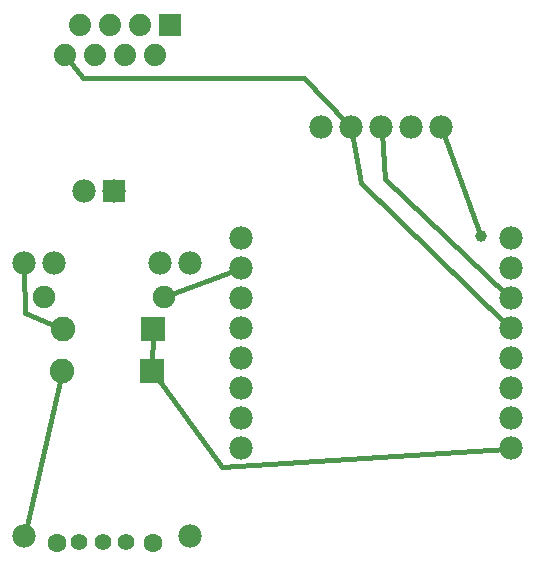
<source format=gtl>
G04 MADE WITH FRITZING*
G04 WWW.FRITZING.ORG*
G04 DOUBLE SIDED*
G04 HOLES PLATED*
G04 CONTOUR ON CENTER OF CONTOUR VECTOR*
%ASAXBY*%
%FSLAX23Y23*%
%MOIN*%
%OFA0B0*%
%SFA1.0B1.0*%
%ADD10C,0.074000*%
%ADD11C,0.078000*%
%ADD12C,0.077778*%
%ADD13C,0.075000*%
%ADD14C,0.082000*%
%ADD15C,0.039370*%
%ADD16C,0.062992*%
%ADD17C,0.055118*%
%ADD18R,0.082000X0.082000*%
%ADD19R,0.078000X0.078000*%
%ADD20C,0.016000*%
%ADD21R,0.001000X0.001000*%
%LNCOPPER1*%
G90*
G70*
G54D10*
X219Y1689D03*
X269Y1789D03*
X319Y1689D03*
X419Y1689D03*
X519Y1689D03*
X369Y1789D03*
X469Y1789D03*
X569Y1789D03*
G54D11*
X85Y86D03*
X637Y86D03*
X85Y995D03*
X185Y995D03*
X536Y995D03*
X637Y995D03*
G54D12*
X808Y1078D03*
X808Y978D03*
X808Y878D03*
X808Y778D03*
X808Y678D03*
X808Y578D03*
X808Y478D03*
X808Y378D03*
X1708Y378D03*
X1708Y478D03*
X1708Y578D03*
X1708Y678D03*
X1708Y778D03*
X1708Y878D03*
X1708Y978D03*
X1708Y1078D03*
G54D13*
X150Y883D03*
X550Y883D03*
X150Y883D03*
X550Y883D03*
G54D14*
X513Y775D03*
X215Y775D03*
X513Y775D03*
X215Y775D03*
X509Y636D03*
X211Y636D03*
X509Y636D03*
X211Y636D03*
G54D11*
X385Y1235D03*
X285Y1235D03*
X1075Y1449D03*
X1175Y1449D03*
X1275Y1449D03*
X1375Y1449D03*
X1475Y1449D03*
G54D15*
X1608Y1085D03*
G54D16*
X512Y62D03*
X193Y62D03*
G54D17*
X425Y66D03*
X346Y67D03*
X267Y67D03*
G54D18*
X514Y775D03*
X514Y775D03*
X510Y636D03*
X510Y636D03*
G54D19*
X385Y1235D03*
G54D20*
X89Y105D02*
X207Y615D01*
D02*
X567Y889D02*
X791Y971D01*
D02*
X196Y783D02*
X88Y829D01*
X88Y829D02*
X85Y976D01*
D02*
X513Y754D02*
X510Y657D01*
D02*
X1690Y377D02*
X744Y317D01*
X744Y317D02*
X522Y619D01*
D02*
X1695Y890D02*
X1288Y1277D01*
X1288Y1277D02*
X1276Y1430D01*
D02*
X1605Y1093D02*
X1481Y1431D01*
D02*
X1695Y790D02*
X1208Y1261D01*
X1208Y1261D02*
X1178Y1430D01*
D02*
X231Y1674D02*
X280Y1613D01*
X280Y1613D02*
X1016Y1613D01*
X1016Y1613D02*
X1161Y1462D01*
G54D21*
X533Y1826D02*
X606Y1826D01*
X533Y1825D02*
X606Y1825D01*
X533Y1824D02*
X606Y1824D01*
X533Y1823D02*
X606Y1823D01*
X533Y1822D02*
X606Y1822D01*
X533Y1821D02*
X606Y1821D01*
X533Y1820D02*
X606Y1820D01*
X533Y1819D02*
X606Y1819D01*
X533Y1818D02*
X606Y1818D01*
X533Y1817D02*
X606Y1817D01*
X533Y1816D02*
X606Y1816D01*
X533Y1815D02*
X606Y1815D01*
X533Y1814D02*
X606Y1814D01*
X533Y1813D02*
X606Y1813D01*
X533Y1812D02*
X606Y1812D01*
X533Y1811D02*
X606Y1811D01*
X533Y1810D02*
X606Y1810D01*
X533Y1809D02*
X606Y1809D01*
X533Y1808D02*
X563Y1808D01*
X575Y1808D02*
X606Y1808D01*
X533Y1807D02*
X560Y1807D01*
X578Y1807D02*
X606Y1807D01*
X533Y1806D02*
X559Y1806D01*
X580Y1806D02*
X606Y1806D01*
X533Y1805D02*
X557Y1805D01*
X582Y1805D02*
X606Y1805D01*
X533Y1804D02*
X556Y1804D01*
X583Y1804D02*
X606Y1804D01*
X533Y1803D02*
X555Y1803D01*
X584Y1803D02*
X606Y1803D01*
X533Y1802D02*
X554Y1802D01*
X585Y1802D02*
X606Y1802D01*
X533Y1801D02*
X553Y1801D01*
X586Y1801D02*
X606Y1801D01*
X533Y1800D02*
X552Y1800D01*
X586Y1800D02*
X606Y1800D01*
X533Y1799D02*
X552Y1799D01*
X587Y1799D02*
X606Y1799D01*
X533Y1798D02*
X551Y1798D01*
X587Y1798D02*
X606Y1798D01*
X533Y1797D02*
X551Y1797D01*
X588Y1797D02*
X606Y1797D01*
X533Y1796D02*
X550Y1796D01*
X588Y1796D02*
X606Y1796D01*
X533Y1795D02*
X550Y1795D01*
X589Y1795D02*
X606Y1795D01*
X533Y1794D02*
X550Y1794D01*
X589Y1794D02*
X606Y1794D01*
X533Y1793D02*
X550Y1793D01*
X589Y1793D02*
X606Y1793D01*
X533Y1792D02*
X549Y1792D01*
X589Y1792D02*
X606Y1792D01*
X533Y1791D02*
X549Y1791D01*
X589Y1791D02*
X606Y1791D01*
X533Y1790D02*
X549Y1790D01*
X589Y1790D02*
X606Y1790D01*
X533Y1789D02*
X549Y1789D01*
X589Y1789D02*
X606Y1789D01*
X533Y1788D02*
X549Y1788D01*
X589Y1788D02*
X606Y1788D01*
X533Y1787D02*
X549Y1787D01*
X589Y1787D02*
X606Y1787D01*
X533Y1786D02*
X549Y1786D01*
X589Y1786D02*
X606Y1786D01*
X533Y1785D02*
X550Y1785D01*
X589Y1785D02*
X606Y1785D01*
X533Y1784D02*
X550Y1784D01*
X589Y1784D02*
X606Y1784D01*
X533Y1783D02*
X550Y1783D01*
X588Y1783D02*
X606Y1783D01*
X533Y1782D02*
X551Y1782D01*
X588Y1782D02*
X606Y1782D01*
X533Y1781D02*
X551Y1781D01*
X588Y1781D02*
X606Y1781D01*
X533Y1780D02*
X552Y1780D01*
X587Y1780D02*
X606Y1780D01*
X533Y1779D02*
X552Y1779D01*
X587Y1779D02*
X606Y1779D01*
X533Y1778D02*
X553Y1778D01*
X586Y1778D02*
X606Y1778D01*
X533Y1777D02*
X554Y1777D01*
X585Y1777D02*
X606Y1777D01*
X533Y1776D02*
X554Y1776D01*
X584Y1776D02*
X606Y1776D01*
X533Y1775D02*
X555Y1775D01*
X583Y1775D02*
X606Y1775D01*
X533Y1774D02*
X557Y1774D01*
X582Y1774D02*
X606Y1774D01*
X533Y1773D02*
X558Y1773D01*
X581Y1773D02*
X606Y1773D01*
X533Y1772D02*
X560Y1772D01*
X579Y1772D02*
X606Y1772D01*
X533Y1771D02*
X562Y1771D01*
X577Y1771D02*
X606Y1771D01*
X533Y1770D02*
X565Y1770D01*
X574Y1770D02*
X606Y1770D01*
X533Y1769D02*
X606Y1769D01*
X533Y1768D02*
X606Y1768D01*
X533Y1767D02*
X606Y1767D01*
X533Y1766D02*
X606Y1766D01*
X533Y1765D02*
X606Y1765D01*
X533Y1764D02*
X606Y1764D01*
X533Y1763D02*
X606Y1763D01*
X533Y1762D02*
X606Y1762D01*
X533Y1761D02*
X606Y1761D01*
X533Y1760D02*
X606Y1760D01*
X533Y1759D02*
X606Y1759D01*
X533Y1758D02*
X606Y1758D01*
X533Y1757D02*
X606Y1757D01*
X533Y1756D02*
X606Y1756D01*
X533Y1755D02*
X606Y1755D01*
X533Y1754D02*
X606Y1754D01*
X533Y1753D02*
X606Y1753D01*
D02*
G04 End of Copper1*
M02*
</source>
